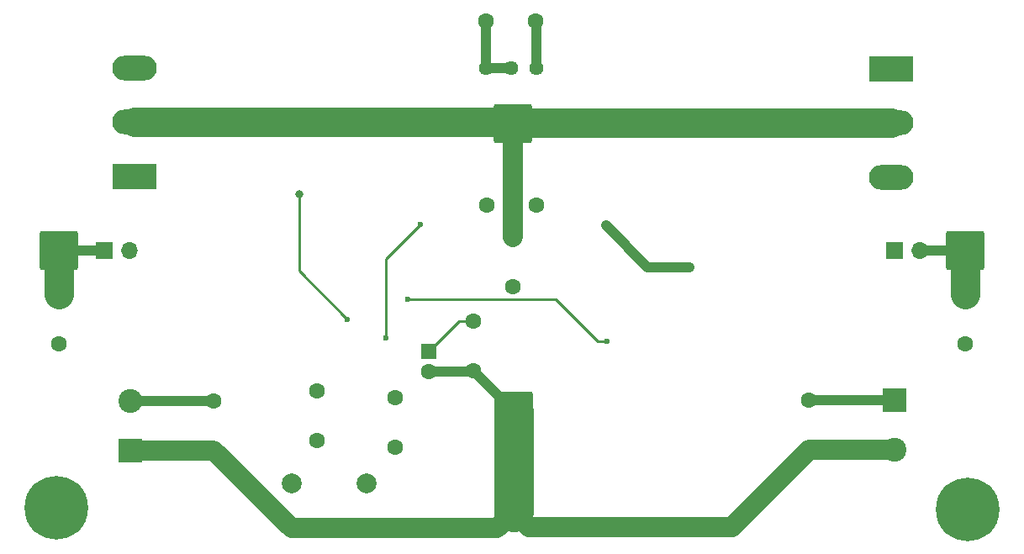
<source format=gbr>
G04 #@! TF.GenerationSoftware,KiCad,Pcbnew,(6.0.2-0)*
G04 #@! TF.CreationDate,2022-02-28T20:29:11+01:00*
G04 #@! TF.ProjectId,amp-mosfet-80w,616d702d-6d6f-4736-9665-742d3830772e,rev?*
G04 #@! TF.SameCoordinates,Original*
G04 #@! TF.FileFunction,Copper,L2,Bot*
G04 #@! TF.FilePolarity,Positive*
%FSLAX46Y46*%
G04 Gerber Fmt 4.6, Leading zero omitted, Abs format (unit mm)*
G04 Created by KiCad (PCBNEW (6.0.2-0)) date 2022-02-28 20:29:11*
%MOMM*%
%LPD*%
G01*
G04 APERTURE LIST*
G04 Aperture macros list*
%AMRoundRect*
0 Rectangle with rounded corners*
0 $1 Rounding radius*
0 $2 $3 $4 $5 $6 $7 $8 $9 X,Y pos of 4 corners*
0 Add a 4 corners polygon primitive as box body*
4,1,4,$2,$3,$4,$5,$6,$7,$8,$9,$2,$3,0*
0 Add four circle primitives for the rounded corners*
1,1,$1+$1,$2,$3*
1,1,$1+$1,$4,$5*
1,1,$1+$1,$6,$7*
1,1,$1+$1,$8,$9*
0 Add four rect primitives between the rounded corners*
20,1,$1+$1,$2,$3,$4,$5,0*
20,1,$1+$1,$4,$5,$6,$7,0*
20,1,$1+$1,$6,$7,$8,$9,0*
20,1,$1+$1,$8,$9,$2,$3,0*%
G04 Aperture macros list end*
G04 #@! TA.AperFunction,ComponentPad*
%ADD10C,1.600000*%
G04 #@! TD*
G04 #@! TA.AperFunction,ComponentPad*
%ADD11R,1.600000X1.600000*%
G04 #@! TD*
G04 #@! TA.AperFunction,ComponentPad*
%ADD12R,2.400000X2.400000*%
G04 #@! TD*
G04 #@! TA.AperFunction,ComponentPad*
%ADD13C,2.400000*%
G04 #@! TD*
G04 #@! TA.AperFunction,ComponentPad*
%ADD14C,2.000000*%
G04 #@! TD*
G04 #@! TA.AperFunction,ComponentPad*
%ADD15RoundRect,0.250001X-1.699999X-1.699999X1.699999X-1.699999X1.699999X1.699999X-1.699999X1.699999X0*%
G04 #@! TD*
G04 #@! TA.AperFunction,ComponentPad*
%ADD16R,1.700000X1.700000*%
G04 #@! TD*
G04 #@! TA.AperFunction,ComponentPad*
%ADD17O,1.700000X1.700000*%
G04 #@! TD*
G04 #@! TA.AperFunction,ComponentPad*
%ADD18C,6.400000*%
G04 #@! TD*
G04 #@! TA.AperFunction,ComponentPad*
%ADD19C,0.800000*%
G04 #@! TD*
G04 #@! TA.AperFunction,ComponentPad*
%ADD20C,1.440000*%
G04 #@! TD*
G04 #@! TA.AperFunction,ComponentPad*
%ADD21R,4.500000X2.500000*%
G04 #@! TD*
G04 #@! TA.AperFunction,ComponentPad*
%ADD22O,4.500000X2.500000*%
G04 #@! TD*
G04 #@! TA.AperFunction,ViaPad*
%ADD23C,0.800000*%
G04 #@! TD*
G04 #@! TA.AperFunction,ViaPad*
%ADD24C,0.600000*%
G04 #@! TD*
G04 #@! TA.AperFunction,ViaPad*
%ADD25C,1.000000*%
G04 #@! TD*
G04 #@! TA.AperFunction,Conductor*
%ADD26C,2.000000*%
G04 #@! TD*
G04 #@! TA.AperFunction,Conductor*
%ADD27C,4.000000*%
G04 #@! TD*
G04 #@! TA.AperFunction,Conductor*
%ADD28C,1.000000*%
G04 #@! TD*
G04 #@! TA.AperFunction,Conductor*
%ADD29C,0.250000*%
G04 #@! TD*
G04 #@! TA.AperFunction,Conductor*
%ADD30C,3.000000*%
G04 #@! TD*
G04 APERTURE END LIST*
D10*
X139700000Y-83850000D03*
X139700000Y-88850000D03*
X147571000Y-84500500D03*
X147571000Y-89500500D03*
X161798000Y-65151000D03*
X156798000Y-65151000D03*
D11*
X150939500Y-79883000D03*
D10*
X150939500Y-81883000D03*
X155448000Y-76835000D03*
X155448000Y-81835000D03*
X189230000Y-84789000D03*
X189230000Y-89789000D03*
D12*
X197866000Y-84772500D03*
D13*
X197866000Y-89772500D03*
D10*
X159385000Y-68326000D03*
X159385000Y-73326000D03*
D14*
X137093500Y-93200000D03*
X144650000Y-93200000D03*
D15*
X204978000Y-69723000D03*
X159385000Y-56896000D03*
X159448500Y-85852000D03*
X159448500Y-96012000D03*
D16*
X197860000Y-69700000D03*
D17*
X200400000Y-69700000D03*
D18*
X113411000Y-95631000D03*
D19*
X113411000Y-93231000D03*
X113411000Y-98031000D03*
X111713944Y-93933944D03*
X111011000Y-95631000D03*
X115108056Y-93933944D03*
X111713944Y-97328056D03*
X115108056Y-97328056D03*
X115811000Y-95631000D03*
X203534944Y-94060944D03*
X206929056Y-97455056D03*
D18*
X205232000Y-95758000D03*
D19*
X202832000Y-95758000D03*
X205232000Y-98158000D03*
X203534944Y-97455056D03*
X206929056Y-94060944D03*
X205232000Y-93358000D03*
X207632000Y-95758000D03*
D10*
X204978000Y-74104500D03*
X204978000Y-79104500D03*
X129286000Y-89836000D03*
X129286000Y-84836000D03*
D12*
X120904000Y-89836000D03*
D13*
X120904000Y-84836000D03*
D15*
X113665000Y-69723000D03*
D16*
X118250000Y-69750000D03*
D17*
X120790000Y-69750000D03*
D10*
X113665000Y-79104500D03*
X113665000Y-74104500D03*
X156718000Y-46609000D03*
X161718000Y-46609000D03*
D20*
X161798000Y-51308000D03*
X159258000Y-51308000D03*
X156718000Y-51308000D03*
D21*
X121285000Y-62230000D03*
D22*
X121285000Y-56780000D03*
X121285000Y-51330000D03*
D21*
X197485000Y-51435000D03*
D22*
X197485000Y-56885000D03*
X197485000Y-62335000D03*
D23*
X137858500Y-64008000D03*
D24*
X142748000Y-76644500D03*
X146621500Y-78549500D03*
X150114000Y-67056000D03*
X168846500Y-78867000D03*
X148844000Y-74612500D03*
D25*
X168783000Y-67183000D03*
X177165000Y-71374000D03*
D26*
X189230000Y-89789000D02*
X181469000Y-97550000D01*
D27*
X159448500Y-96012000D02*
X159448500Y-85852000D01*
D26*
X160986500Y-97550000D02*
X159448500Y-96012000D01*
X157760500Y-97700000D02*
X159448500Y-96012000D01*
D28*
X150939500Y-81883000D02*
X155400000Y-81883000D01*
D26*
X137150000Y-97700000D02*
X157760500Y-97700000D01*
X129286000Y-89836000D02*
X137150000Y-97700000D01*
D28*
X155448000Y-81851500D02*
X159448500Y-85852000D01*
D26*
X189230000Y-89789000D02*
X197849500Y-89789000D01*
X129286000Y-89836000D02*
X120904000Y-89836000D01*
X181469000Y-97550000D02*
X160986500Y-97550000D01*
D29*
X153987500Y-76835000D02*
X150939500Y-79883000D01*
X155448000Y-76835000D02*
X153987500Y-76835000D01*
D30*
X159396000Y-56885000D02*
X197485000Y-56885000D01*
D26*
X159385000Y-56896000D02*
X159385000Y-68326000D01*
D30*
X159269000Y-56780000D02*
X121285000Y-56780000D01*
D28*
X161798000Y-51308000D02*
X161798000Y-46689000D01*
X159258000Y-51308000D02*
X156718000Y-51308000D01*
X156718000Y-51308000D02*
X156718000Y-46609000D01*
D29*
X142748000Y-76644500D02*
X137858500Y-71755000D01*
X137858500Y-71755000D02*
X137858500Y-64008000D01*
D28*
X197866000Y-84772500D02*
X189246500Y-84772500D01*
X129286000Y-84836000D02*
X120904000Y-84836000D01*
D29*
X146621500Y-78549500D02*
X146621500Y-70548500D01*
X146621500Y-70548500D02*
X150114000Y-67056000D01*
D28*
X204978000Y-69723000D02*
X200423000Y-69723000D01*
D30*
X204978000Y-74104500D02*
X204978000Y-69723000D01*
D28*
X113665000Y-69723000D02*
X118223000Y-69723000D01*
D30*
X113665000Y-74104500D02*
X113665000Y-69723000D01*
D29*
X167957500Y-78867000D02*
X168846500Y-78867000D01*
X163703000Y-74612500D02*
X167957500Y-78867000D01*
X148844000Y-74612500D02*
X163703000Y-74612500D01*
D28*
X168783000Y-67183000D02*
X172974000Y-71374000D01*
X172974000Y-71374000D02*
X177165000Y-71374000D01*
M02*

</source>
